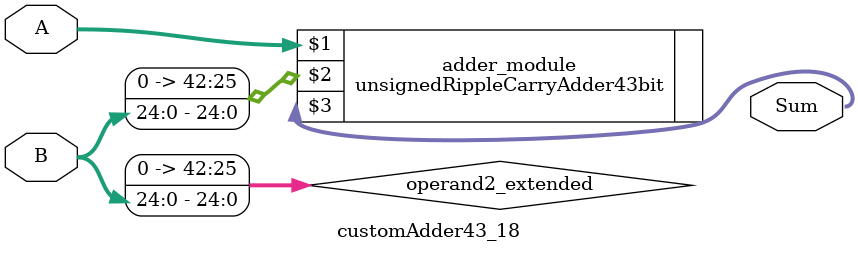
<source format=v>
module customAdder43_18(
                        input [42 : 0] A,
                        input [24 : 0] B,
                        
                        output [43 : 0] Sum
                );

        wire [42 : 0] operand2_extended;
        
        assign operand2_extended =  {18'b0, B};
        
        unsignedRippleCarryAdder43bit adder_module(
            A,
            operand2_extended,
            Sum
        );
        
        endmodule
        
</source>
